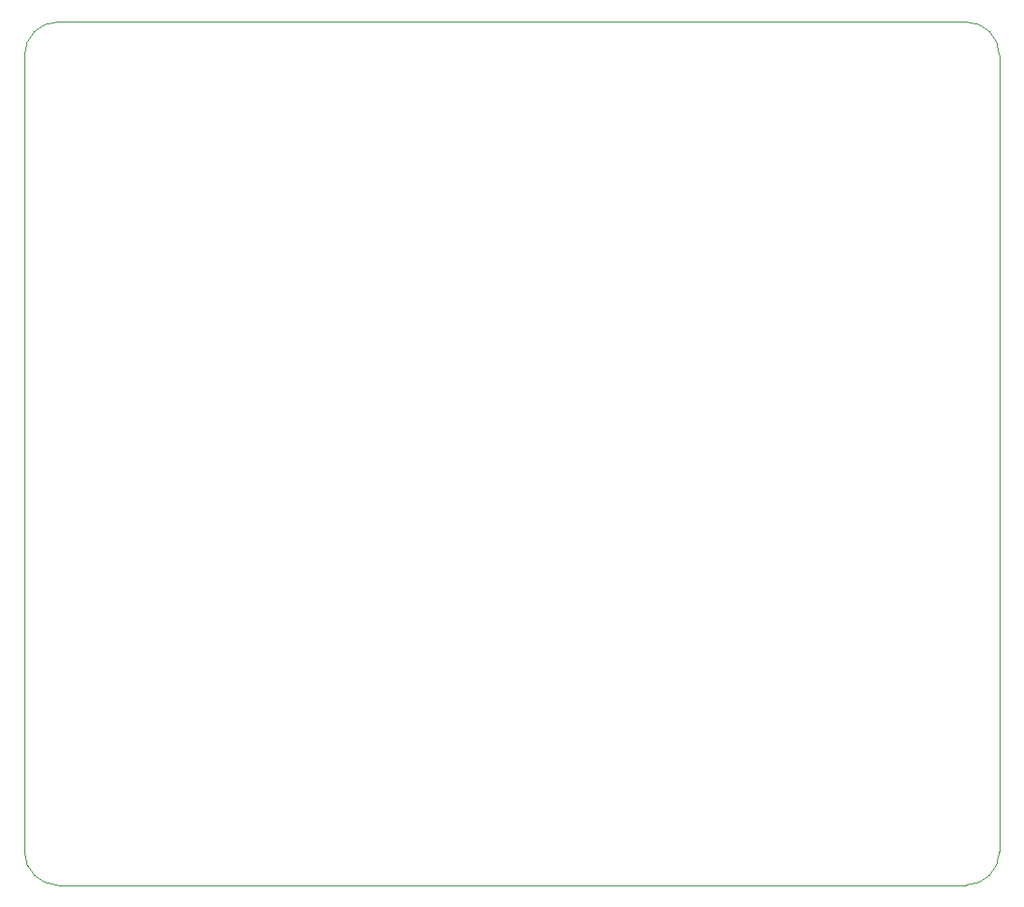
<source format=gbr>
%TF.GenerationSoftware,KiCad,Pcbnew,9.0.4-1.fc42*%
%TF.CreationDate,2025-10-01T21:15:54+08:00*%
%TF.ProjectId,lan_outlet,6c616e5f-6f75-4746-9c65-742e6b696361,rev?*%
%TF.SameCoordinates,Original*%
%TF.FileFunction,Profile,NP*%
%FSLAX46Y46*%
G04 Gerber Fmt 4.6, Leading zero omitted, Abs format (unit mm)*
G04 Created by KiCad (PCBNEW 9.0.4-1.fc42) date 2025-10-01 21:15:54*
%MOMM*%
%LPD*%
G01*
G04 APERTURE LIST*
%TA.AperFunction,Profile*%
%ADD10C,0.050000*%
%TD*%
G04 APERTURE END LIST*
D10*
X95000000Y-133500000D02*
X95000000Y-61500000D01*
X95000000Y-61500000D02*
G75*
G02*
X98000000Y-58500000I3000000J0D01*
G01*
X98000000Y-136500000D02*
G75*
G02*
X95000000Y-133500000I0J3000000D01*
G01*
X180000000Y-58500000D02*
G75*
G02*
X183000000Y-61500000I0J-3000000D01*
G01*
X183000000Y-133500000D02*
G75*
G02*
X180000000Y-136500000I-3000000J0D01*
G01*
X98000000Y-58500000D02*
X180000000Y-58500000D01*
X180000000Y-136500000D02*
X98000000Y-136500000D01*
X183000000Y-61500000D02*
X183000000Y-133500000D01*
M02*

</source>
